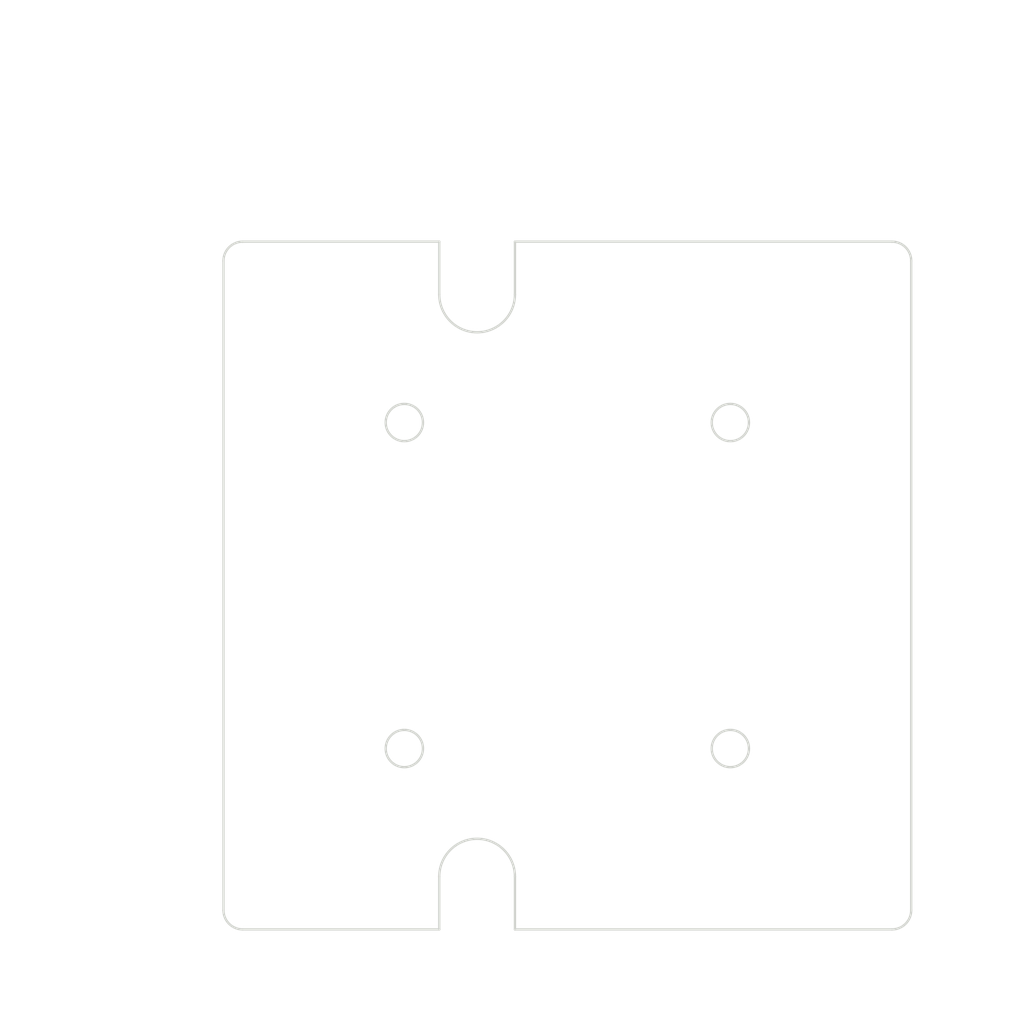
<source format=kicad_pcb>
(kicad_pcb (version 20171130) (host pcbnew "(5.1.0)-1")

  (general
    (thickness 1.6)
    (drawings 76)
    (tracks 0)
    (zones 0)
    (modules 0)
    (nets 1)
  )

  (page A4)
  (layers
    (0 F.Cu signal)
    (31 B.Cu signal)
    (32 B.Adhes user)
    (33 F.Adhes user)
    (34 B.Paste user)
    (35 F.Paste user)
    (36 B.SilkS user)
    (37 F.SilkS user)
    (38 B.Mask user)
    (39 F.Mask user)
    (40 Dwgs.User user)
    (41 Cmts.User user)
    (42 Eco1.User user)
    (43 Eco2.User user)
    (44 Edge.Cuts user)
    (45 Margin user)
    (46 B.CrtYd user)
    (47 F.CrtYd user)
    (48 B.Fab user)
    (49 F.Fab user)
  )

  (setup
    (last_trace_width 0.25)
    (trace_clearance 0.2)
    (zone_clearance 0.508)
    (zone_45_only no)
    (trace_min 0.2)
    (via_size 0.8)
    (via_drill 0.4)
    (via_min_size 0.4)
    (via_min_drill 0.3)
    (uvia_size 0.3)
    (uvia_drill 0.1)
    (uvias_allowed no)
    (uvia_min_size 0.2)
    (uvia_min_drill 0.1)
    (edge_width 0.05)
    (segment_width 0.2)
    (pcb_text_width 0.3)
    (pcb_text_size 1.5 1.5)
    (mod_edge_width 0.12)
    (mod_text_size 1 1)
    (mod_text_width 0.15)
    (pad_size 1.524 1.524)
    (pad_drill 0.762)
    (pad_to_mask_clearance 0.051)
    (solder_mask_min_width 0.25)
    (aux_axis_origin 0 0)
    (visible_elements FFFFFF7F)
    (pcbplotparams
      (layerselection 0x010fc_ffffffff)
      (usegerberextensions false)
      (usegerberattributes false)
      (usegerberadvancedattributes false)
      (creategerberjobfile false)
      (excludeedgelayer true)
      (linewidth 0.152400)
      (plotframeref false)
      (viasonmask false)
      (mode 1)
      (useauxorigin false)
      (hpglpennumber 1)
      (hpglpenspeed 20)
      (hpglpendiameter 15.000000)
      (psnegative false)
      (psa4output false)
      (plotreference true)
      (plotvalue true)
      (plotinvisibletext false)
      (padsonsilk false)
      (subtractmaskfromsilk false)
      (outputformat 1)
      (mirror false)
      (drillshape 1)
      (scaleselection 1)
      (outputdirectory ""))
  )

  (net 0 "")

  (net_class Default "This is the default net class."
    (clearance 0.2)
    (trace_width 0.25)
    (via_dia 0.8)
    (via_drill 0.4)
    (uvia_dia 0.3)
    (uvia_drill 0.1)
  )

  (gr_circle (center 160.305925 87.95117) (end 161.905925 87.95117) (layer Edge.Cuts) (width 0.2))
  (gr_circle (center 132.305925 115.95117) (end 133.905925 115.95117) (layer Edge.Cuts) (width 0.2))
  (gr_circle (center 132.305925 87.95117) (end 133.905925 87.95117) (layer Edge.Cuts) (width 0.2))
  (gr_circle (center 160.305925 115.95117) (end 161.905925 115.95117) (layer Edge.Cuts) (width 0.2))
  (gr_line (start 135.305925 131.48413) (end 118.422964 131.48413) (layer Edge.Cuts) (width 0.2))
  (gr_line (start 135.305925 126.95117) (end 135.305925 131.48413) (layer Edge.Cuts) (width 0.2))
  (gr_arc (start 138.555925 126.95117) (end 141.805925 126.95117) (angle -180) (layer Edge.Cuts) (width 0.2))
  (gr_line (start 141.805925 131.48413) (end 141.805925 126.95117) (layer Edge.Cuts) (width 0.2))
  (gr_line (start 174.188885 131.48413) (end 141.805925 131.48413) (layer Edge.Cuts) (width 0.2))
  (gr_line (start 141.805925 72.418209) (end 174.188885 72.418209) (layer Edge.Cuts) (width 0.2))
  (gr_line (start 141.805925 76.95117) (end 141.805925 72.418209) (layer Edge.Cuts) (width 0.2))
  (gr_arc (start 138.555925 76.95117) (end 135.305925 76.95117) (angle -180) (layer Edge.Cuts) (width 0.2))
  (gr_line (start 135.305925 72.418209) (end 135.305925 76.95117) (layer Edge.Cuts) (width 0.2))
  (gr_line (start 118.422964 72.418209) (end 135.305925 72.418209) (layer Edge.Cuts) (width 0.2))
  (gr_line (start 116.772964 129.83413) (end 116.772964 74.068209) (layer Edge.Cuts) (width 0.2))
  (gr_line (start 175.838885 74.068209) (end 175.838885 129.83413) (layer Edge.Cuts) (width 0.2))
  (gr_arc (start 174.188885 74.068209) (end 175.838885 74.068209) (angle -90) (layer Edge.Cuts) (width 0.2))
  (gr_arc (start 118.422964 74.068209) (end 118.422964 72.418209) (angle -90) (layer Edge.Cuts) (width 0.2))
  (gr_arc (start 118.422964 129.83413) (end 116.772964 129.83413) (angle -90) (layer Edge.Cuts) (width 0.2))
  (gr_arc (start 174.188885 129.83413) (end 174.188885 131.48413) (angle -90) (layer Edge.Cuts) (width 0.2))
  (gr_text [.61] (at 168.072405 138.225833) (layer Dwgs.User)
    (effects (font (size 1.7 1.53) (thickness 0.2125)))
  )
  (gr_text " 15.53" (at 168.072405 134.667818) (layer Dwgs.User)
    (effects (font (size 1.7 1.53) (thickness 0.2125)))
  )
  (gr_line (start 162.305925 136.336372) (end 164.024894 136.336372) (layer Dwgs.User) (width 0.2))
  (gr_line (start 173.838885 136.336372) (end 172.119915 136.336372) (layer Dwgs.User) (width 0.2))
  (gr_line (start 160.305925 116.95117) (end 160.305925 139.511372) (layer Dwgs.User) (width 0.2))
  (gr_line (start 175.838885 130.83413) (end 175.838885 139.511372) (layer Dwgs.User) (width 0.2))
  (gr_text [.61] (at 181.156217 125.607111) (layer Dwgs.User)
    (effects (font (size 1.7 1.53) (thickness 0.2125)))
  )
  (gr_text " 15.53" (at 181.156217 122.049096) (layer Dwgs.User)
    (effects (font (size 1.7 1.53) (thickness 0.2125)))
  )
  (gr_line (start 181.156217 129.48413) (end 181.156217 127.275665) (layer Dwgs.User) (width 0.2))
  (gr_line (start 181.156217 117.95117) (end 181.156217 120.159635) (layer Dwgs.User) (width 0.2))
  (gr_line (start 175.188885 131.48413) (end 184.331217 131.48413) (layer Dwgs.User) (width 0.2))
  (gr_line (start 161.305925 115.95117) (end 184.331217 115.95117) (layer Dwgs.User) (width 0.2))
  (gr_text [R0.06] (at 107.224924 137.709137) (layer Dwgs.User)
    (effects (font (size 1.7 1.53) (thickness 0.2125)))
  )
  (gr_text " R1.65" (at 107.224924 134.151701) (layer Dwgs.User)
    (effects (font (size 1.7 1.53) (thickness 0.2125)))
  )
  (gr_line (start 113.695695 135.819675) (end 116.160721 132.698524) (layer Dwgs.User) (width 0.2))
  (gr_line (start 111.695695 135.819675) (end 113.695695 135.819675) (layer Dwgs.User) (width 0.2))
  (gr_text [R0.13] (at 150.560997 83.524006) (layer Dwgs.User)
    (effects (font (size 1.7 1.53) (thickness 0.2125)))
  )
  (gr_text " R3.25" (at 150.560997 79.965991) (layer Dwgs.User)
    (effects (font (size 1.7 1.53) (thickness 0.2125)))
  )
  (gr_line (start 144.090226 81.634545) (end 142.563522 80.342579) (layer Dwgs.User) (width 0.2))
  (gr_line (start 146.090226 81.634545) (end 144.090226 81.634545) (layer Dwgs.User) (width 0.2))
  (gr_text [1.10] (at 146.305925 138.225833) (layer Dwgs.User)
    (effects (font (size 1.7 1.53) (thickness 0.2125)))
  )
  (gr_text " 28.00" (at 146.305925 134.668398) (layer Dwgs.User)
    (effects (font (size 1.7 1.53) (thickness 0.2125)))
  )
  (gr_line (start 134.305925 136.336372) (end 142.261313 136.336372) (layer Dwgs.User) (width 0.2))
  (gr_line (start 158.305925 136.336372) (end 150.350536 136.336372) (layer Dwgs.User) (width 0.2))
  (gr_line (start 132.305925 116.95117) (end 132.305925 139.511372) (layer Dwgs.User) (width 0.2))
  (gr_line (start 160.305925 116.95117) (end 160.305925 139.511372) (layer Dwgs.User) (width 0.2))
  (gr_text [1.10] (at 181.156217 103.840631) (layer Dwgs.User)
    (effects (font (size 1.7 1.53) (thickness 0.2125)))
  )
  (gr_text " 28.00" (at 181.156217 100.283195) (layer Dwgs.User)
    (effects (font (size 1.7 1.53) (thickness 0.2125)))
  )
  (gr_line (start 181.156217 113.95117) (end 181.156217 105.508605) (layer Dwgs.User) (width 0.2))
  (gr_line (start 181.156217 89.95117) (end 181.156217 98.393734) (layer Dwgs.User) (width 0.2))
  (gr_line (start 161.305925 115.95117) (end 184.331217 115.95117) (layer Dwgs.User) (width 0.2))
  (gr_line (start 161.305925 87.95117) (end 184.331217 87.95117) (layer Dwgs.User) (width 0.2))
  (gr_text [.26] (at 147.36243 67.965976) (layer Dwgs.User)
    (effects (font (size 1.7 1.53) (thickness 0.2125)))
  )
  (gr_text " 6.50" (at 147.36243 64.408541) (layer Dwgs.User)
    (effects (font (size 1.7 1.53) (thickness 0.2125)))
  )
  (gr_line (start 141.805925 66.076515) (end 143.978221 66.076515) (layer Dwgs.User) (width 0.2))
  (gr_line (start 137.305925 66.076515) (end 139.805925 66.076515) (layer Dwgs.User) (width 0.2))
  (gr_line (start 141.805925 71.418209) (end 141.805925 62.901515) (layer Dwgs.User) (width 0.2))
  (gr_line (start 135.305925 71.418209) (end 135.305925 62.901515) (layer Dwgs.User) (width 0.2))
  (gr_text [.73] (at 126.039444 67.965976) (layer Dwgs.User)
    (effects (font (size 1.7 1.53) (thickness 0.2125)))
  )
  (gr_text " 18.53" (at 126.039444 64.407961) (layer Dwgs.User)
    (effects (font (size 1.7 1.53) (thickness 0.2125)))
  )
  (gr_line (start 133.305925 66.076515) (end 130.086955 66.076515) (layer Dwgs.User) (width 0.2))
  (gr_line (start 118.772964 66.076515) (end 121.991934 66.076515) (layer Dwgs.User) (width 0.2))
  (gr_line (start 135.305925 71.418209) (end 135.305925 62.901515) (layer Dwgs.User) (width 0.2))
  (gr_line (start 116.772964 73.068209) (end 116.772964 62.901515) (layer Dwgs.User) (width 0.2))
  (gr_text [2.33] (at 146.305925 56.826539) (layer Dwgs.User)
    (effects (font (size 1.7 1.53) (thickness 0.2125)))
  )
  (gr_text " 59.07" (at 146.305925 53.269104) (layer Dwgs.User)
    (effects (font (size 1.7 1.53) (thickness 0.2125)))
  )
  (gr_line (start 173.838885 54.937078) (end 150.353435 54.937078) (layer Dwgs.User) (width 0.2))
  (gr_line (start 118.772964 54.937078) (end 142.258414 54.937078) (layer Dwgs.User) (width 0.2))
  (gr_line (start 175.838885 73.068209) (end 175.838885 51.762078) (layer Dwgs.User) (width 0.2))
  (gr_line (start 116.772964 73.068209) (end 116.772964 51.762078) (layer Dwgs.User) (width 0.2))
  (gr_text [2.33] (at 101.605826 103.840631) (layer Dwgs.User)
    (effects (font (size 1.7 1.53) (thickness 0.2125)))
  )
  (gr_text " 59.07" (at 101.605826 100.283195) (layer Dwgs.User)
    (effects (font (size 1.7 1.53) (thickness 0.2125)))
  )
  (gr_line (start 101.605826 129.48413) (end 101.605826 105.508605) (layer Dwgs.User) (width 0.2))
  (gr_line (start 101.605826 74.418209) (end 101.605826 98.393734) (layer Dwgs.User) (width 0.2))
  (gr_line (start 117.422964 131.48413) (end 98.430826 131.48413) (layer Dwgs.User) (width 0.2))
  (gr_line (start 117.422964 72.418209) (end 98.430826 72.418209) (layer Dwgs.User) (width 0.2))

)

</source>
